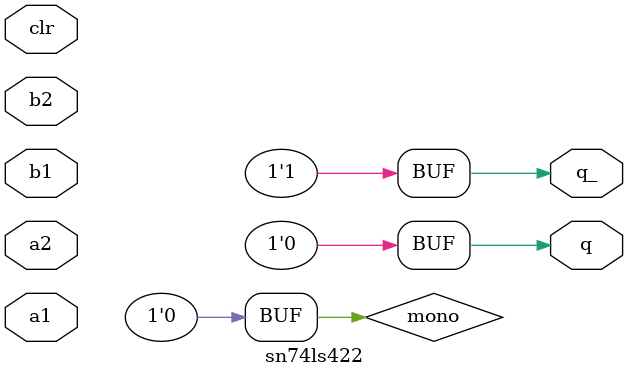
<source format=v>
module sn74ls422(a1, a2, b1, b2, clr, q, q_);
input a1, a2, b1, b2, clr;
output q, q_;
reg mono;

parameter
	rT = 10,    // in kOhm
	cT = 1000,  // in pFarad

	// TI TTL data book Vol 1, 1985
	tW = 0.32 * rT * cT * (1 + 0.7/rT), // tw is in nsec
	tPLHA_min=0, tPLHA_typ=15, tPLHA_max=20,
	tPHLA_min=0, tPHLA_typ=15, tPHLA_max=20,
	tPLHB_min=0, tPLHB_typ=15, tPLHB_max=20,
	tPHLB_min=0, tPHLB_typ=15, tPHLB_max=20;

always @(clr==0)
begin
	mono <= 0;
end

always @(negedge a1)
begin
	if (a1==0) begin
		mono <= 1;
	end	
end

always @(negedge a2)
begin
	if (a2==0) begin
		mono <= 1;
	end	
end

always @(posedge b1)
begin
	if (b1==1) begin
		mono <= 1;
	end	
end

always @(posedge b2)
begin
	if (b2==1) begin
		mono <= 1;
	end	
end

always @(posedge mono)
begin
	if (mono==1) begin
		mono <= #(tW) 0;
	end
end

assign #(tPLHA_min:tPLHA_typ:tPLHA_max, tPHLA_min:tPHLA_typ:tPHLA_max) q = mono;
assign #(tPLHA_min:tPLHA_typ:tPLHA_max, tPHLA_min:tPHLA_typ:tPHLA_max) q_ = ~mono;

endmodule

</source>
